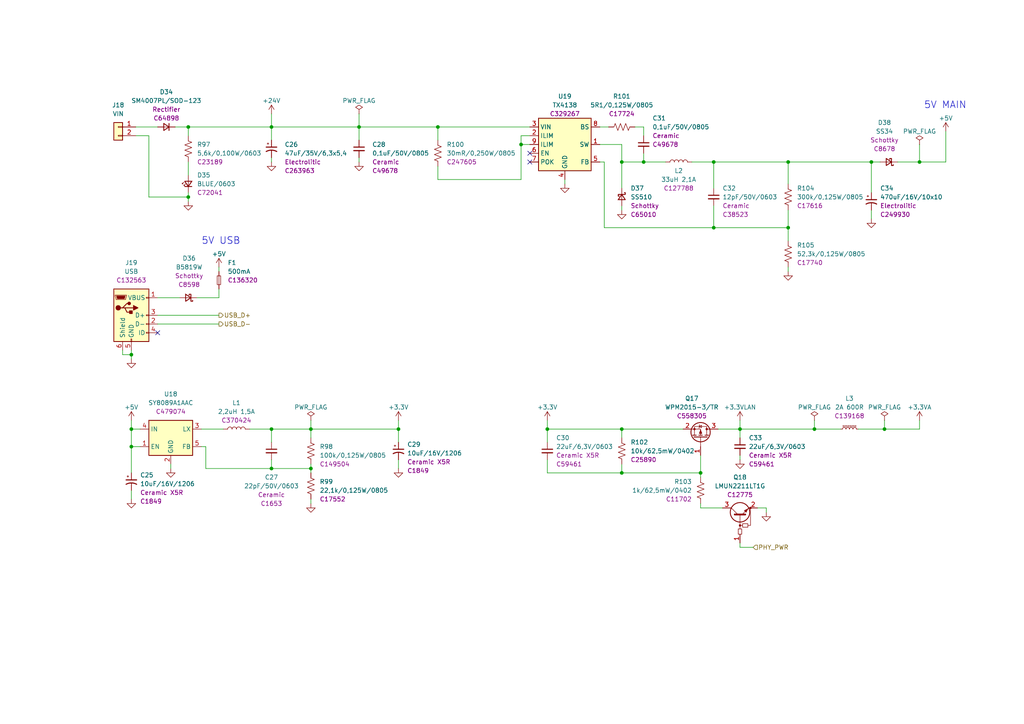
<source format=kicad_sch>
(kicad_sch (version 20211123) (generator eeschema)
  (paper "A4")
  (title_block (title "ESP 16x 24VDC Input 16x External Relay Output Module") (date "2022-10-20") (rev "V1"))
  (lib_symbols
    (symbol "Connector:USB_B_Micro" (pin_names (offset 1.016))
      (property "Reference" "J" (at -5.08 11.43 0))
      (property "Value" "USB_B_Micro" (at -5.08 8.89 0))
      (symbol "USB_B_Micro_0_1"
        (rectangle (start -5.08 -7.62) (end 5.08 7.62) (stroke (width 0.254)) (fill (type background)))
        (circle (center -3.81 2.159) (radius 0.635) (stroke (width 0.254)) (fill (type outline)))
        (circle (center -0.635 3.429) (radius 0.381) (stroke (width 0.254)) (fill (type outline)))
        (rectangle (start -0.127 -7.62) (end 0.127 -6.858))
        (polyline (pts (xy -1.905 2.159) (xy 0.635 2.159)) (stroke (width 0.254)))
        (polyline (pts (xy -3.175 2.159) (xy -2.54 2.159) (xy -1.27 3.429) (xy -0.635 3.429)) (stroke (width 0.254)))
        (polyline (pts (xy -2.54 2.159) (xy -1.905 2.159) (xy -1.27 0.889) (xy 0 0.889)) (stroke (width 0.254)))
        (polyline (pts (xy 0.635 2.794) (xy 0.635 1.524) (xy 1.905 2.159) (xy 0.635 2.794)) (stroke (width 0.254)) (fill (type outline)))
        (polyline (pts (xy -4.318 5.588) (xy -1.778 5.588) (xy -2.032 4.826) (xy -4.064 4.826) (xy -4.318 5.588)) (fill (type outline)))
        (polyline (pts (xy -4.699 5.842) (xy -4.699 5.588) (xy -4.445 4.826) (xy -4.445 4.572) (xy -1.651 4.572) (xy -1.651 4.826) (xy -1.397 5.588) (xy -1.397 5.842) (xy -4.699 5.842)))
        (rectangle (start 0.254 1.27) (end -0.508 0.508) (stroke (width 0.254)) (fill (type outline)))
        (rectangle (start 5.08 -5.207) (end 4.318 -4.953))
        (rectangle (start 5.08 -2.667) (end 4.318 -2.413))
        (rectangle (start 5.08 -0.127) (end 4.318 0.127))
        (rectangle (start 5.08 4.953) (end 4.318 5.207))
      )
      (symbol "USB_B_Micro_1_1"
        (pin power_out line (at 7.62 5.08 180) (length 2.54) (name "VBUS") (number "1"))
        (pin bidirectional line (at 7.62 -2.54 180) (length 2.54) (name "D-") (number "2"))
        (pin bidirectional line (at 7.62 0 180) (length 2.54) (name "D+") (number "3"))
        (pin passive line (at 7.62 -5.08 180) (length 2.54) (name "ID") (number "4"))
        (pin power_out line (at 0 -10.16 90) (length 2.54) (name "GND") (number "5"))
        (pin passive line (at -2.54 -10.16 90) (length 2.54) (name "Shield") (number "6"))
      )
    )
    (symbol "Connector_Generic:Conn_01x02" (pin_names (offset 1.016) hide)
      (property "Reference" "J" (at 0 2.54 0))
      (property "Value" "Conn_01x02" (at 0 -5.08 0))
      (symbol "Conn_01x02_1_1"
        (rectangle (start -1.27 -2.413) (end 0 -2.667) (stroke (width 0.1524)))
        (rectangle (start -1.27 0.127) (end 0 -0.127) (stroke (width 0.1524)))
        (rectangle (start -1.27 1.27) (end 1.27 -3.81) (stroke (width 0.254)) (fill (type background)))
        (pin passive line (at -5.08 0 0) (length 3.81) (name "Pin_1") (number "1"))
        (pin passive line (at -5.08 -2.54 0) (length 3.81) (name "Pin_2") (number "2"))
      )
    )
    (symbol "Device:C_Polarized_Small_US" (pin_numbers hide) (pin_names (offset 0.254) hide)
      (property "Reference" "C" (at 0.254 1.778 0))
      (property "Value" "C_Polarized_Small_US" (at 0.254 -2.032 0))
      (symbol "C_Polarized_Small_US_0_1"
        (polyline (pts (xy -1.524 0.508) (xy 1.524 0.508)) (stroke (width 0.3048)))
        (polyline (pts (xy -1.27 1.524) (xy -0.762 1.524)))
        (polyline (pts (xy -1.016 1.27) (xy -1.016 1.778)))
        (arc (start 1.524 -0.762) (mid 0 -0.3734) (end -1.524 -0.762) (stroke (width 0.3048)))
      )
      (symbol "C_Polarized_Small_US_1_1"
        (pin passive line (at 0 2.54 270) (length 2.032) (name "~") (number "1"))
        (pin passive line (at 0 -2.54 90) (length 2.032) (name "~") (number "2"))
      )
    )
    (symbol "Device:C_Small" (pin_numbers hide) (pin_names (offset 0.254) hide)
      (property "Reference" "C" (at 0.254 1.778 0))
      (property "Value" "C_Small" (at 0.254 -2.032 0))
      (symbol "C_Small_0_1"
        (polyline (pts (xy -1.524 -0.508) (xy 1.524 -0.508)) (stroke (width 0.3302)))
        (polyline (pts (xy -1.524 0.508) (xy 1.524 0.508)) (stroke (width 0.3048)))
      )
      (symbol "C_Small_1_1"
        (pin passive line (at 0 2.54 270) (length 2.032) (name "~") (number "1"))
        (pin passive line (at 0 -2.54 90) (length 2.032) (name "~") (number "2"))
      )
    )
    (symbol "Device:D_Schottky_Small" (pin_numbers hide) (pin_names (offset 0.254) hide)
      (property "Reference" "D" (at -1.27 2.032 0))
      (property "Value" "D_Schottky_Small" (at -7.112 -2.032 0))
      (symbol "D_Schottky_Small_0_1"
        (polyline (pts (xy -0.762 0) (xy 0.762 0)))
        (polyline (pts (xy 0.762 -1.016) (xy -0.762 0) (xy 0.762 1.016) (xy 0.762 -1.016)) (stroke (width 0.254)))
        (polyline (pts (xy -1.27 0.762) (xy -1.27 1.016) (xy -0.762 1.016) (xy -0.762 -1.016) (xy -0.254 -1.016) (xy -0.254 -0.762)) (stroke (width 0.254)))
      )
      (symbol "D_Schottky_Small_1_1"
        (pin passive line (at -2.54 0 0) (length 1.778) (name "K") (number "1"))
        (pin passive line (at 2.54 0 180) (length 1.778) (name "A") (number "2"))
      )
    )
    (symbol "Device:D_Small" (pin_numbers hide) (pin_names (offset 0.254) hide)
      (property "Reference" "D" (at -1.27 2.032 0))
      (property "Value" "D_Small" (at -3.81 -2.032 0))
      (symbol "D_Small_0_1"
        (polyline (pts (xy -0.762 -1.016) (xy -0.762 1.016)) (stroke (width 0.254)))
        (polyline (pts (xy -0.762 0) (xy 0.762 0)))
        (polyline (pts (xy 0.762 -1.016) (xy -0.762 0) (xy 0.762 1.016) (xy 0.762 -1.016)) (stroke (width 0.254)))
      )
      (symbol "D_Small_1_1"
        (pin passive line (at -2.54 0 0) (length 1.778) (name "K") (number "1"))
        (pin passive line (at 2.54 0 180) (length 1.778) (name "A") (number "2"))
      )
    )
    (symbol "Device:Fuse_Small" (pin_numbers hide) (pin_names (offset 0.254) hide)
      (property "Reference" "F" (at 0 -1.524 0))
      (property "Value" "Fuse_Small" (at 0 1.524 0))
      (symbol "Fuse_Small_0_1"
        (rectangle (start -1.27 0.508) (end 1.27 -0.508))
        (polyline (pts (xy -1.27 0) (xy 1.27 0)))
      )
      (symbol "Fuse_Small_1_1"
        (pin passive line (at -2.54 0 0) (length 1.27) (name "~") (number "1"))
        (pin passive line (at 2.54 0 180) (length 1.27) (name "~") (number "2"))
      )
    )
    (symbol "Device:L" (pin_numbers hide) (pin_names (offset 1.016) hide)
      (property "Reference" "L" (at -1.27 0 90))
      (property "Value" "L" (at 1.905 0 90))
      (symbol "L_0_1"
        (arc (start 0 -2.54) (mid 0.635 -1.905) (end 0 -1.27))
        (arc (start 0 -1.27) (mid 0.635 -0.635) (end 0 0))
        (arc (start 0 0) (mid 0.635 0.635) (end 0 1.27))
        (arc (start 0 1.27) (mid 0.635 1.905) (end 0 2.54))
      )
      (symbol "L_1_1"
        (pin passive line (at 0 3.81 270) (length 1.27) (name "1") (number "1"))
        (pin passive line (at 0 -3.81 90) (length 1.27) (name "2") (number "2"))
      )
    )
    (symbol "Device:LED_Small" (pin_numbers hide) (pin_names (offset 0.254) hide)
      (property "Reference" "D" (at -1.27 3.175 0))
      (property "Value" "LED_Small" (at -4.445 -2.54 0))
      (symbol "LED_Small_0_1"
        (polyline (pts (xy -0.762 -1.016) (xy -0.762 1.016)) (stroke (width 0.254)))
        (polyline (pts (xy 1.016 0) (xy -0.762 0)))
        (polyline (pts (xy 0.762 -1.016) (xy -0.762 0) (xy 0.762 1.016) (xy 0.762 -1.016)) (stroke (width 0.254)))
        (polyline (pts (xy 0 0.762) (xy -0.508 1.27) (xy -0.254 1.27) (xy -0.508 1.27) (xy -0.508 1.016)))
        (polyline (pts (xy 0.508 1.27) (xy 0 1.778) (xy 0.254 1.778) (xy 0 1.778) (xy 0 1.524)))
      )
      (symbol "LED_Small_1_1"
        (pin passive line (at -2.54 0 0) (length 1.778) (name "K") (number "1"))
        (pin passive line (at 2.54 0 180) (length 1.778) (name "A") (number "2"))
      )
    )
    (symbol "Device:L_Ferrite_Small" (pin_numbers hide) (pin_names (offset 0.254) hide)
      (property "Reference" "L" (at 1.27 1.016 0))
      (property "Value" "L_Ferrite_Small" (at 1.27 -1.27 0))
      (symbol "L_Ferrite_Small_0_1"
        (arc (start 0 -2.032) (mid 0.508 -1.524) (end 0 -1.016))
        (arc (start 0 -1.016) (mid 0.508 -0.508) (end 0 0))
        (polyline (pts (xy 0.762 -1.905) (xy 0.762 -1.651)))
        (polyline (pts (xy 0.762 -1.397) (xy 0.762 -1.143)))
        (polyline (pts (xy 0.762 -0.889) (xy 0.762 -0.635)))
        (polyline (pts (xy 0.762 -0.381) (xy 0.762 -0.127)))
        (polyline (pts (xy 0.762 0.127) (xy 0.762 0.381)))
        (polyline (pts (xy 0.762 0.635) (xy 0.762 0.889)))
        (polyline (pts (xy 0.762 1.143) (xy 0.762 1.397)))
        (polyline (pts (xy 0.762 1.651) (xy 0.762 1.905)))
        (polyline (pts (xy 1.016 -1.651) (xy 1.016 -1.905)))
        (polyline (pts (xy 1.016 -1.143) (xy 1.016 -1.397)))
        (polyline (pts (xy 1.016 -0.635) (xy 1.016 -0.889)))
        (polyline (pts (xy 1.016 -0.127) (xy 1.016 -0.381)))
        (polyline (pts (xy 1.016 0.381) (xy 1.016 0.127)))
        (polyline (pts (xy 1.016 0.889) (xy 1.016 0.635)))
        (polyline (pts (xy 1.016 1.397) (xy 1.016 1.143)))
        (polyline (pts (xy 1.016 1.905) (xy 1.016 1.651)))
        (arc (start 0 0) (mid 0.508 0.508) (end 0 1.016))
        (arc (start 0 1.016) (mid 0.508 1.524) (end 0 2.032))
      )
      (symbol "L_Ferrite_Small_1_1"
        (pin passive line (at 0 2.54 270) (length 0.508) (name "~") (number "1"))
        (pin passive line (at 0 -2.54 90) (length 0.508) (name "~") (number "2"))
      )
    )
    (symbol "Device:Q_NPN_BEC_BRT" (pin_names hide)
      (property "Reference" "Q" (at 3.81 1.27 0))
      (property "Value" "Q_NPN_BEC_BRT" (at 3.81 -1.27 0))
      (symbol "Q_NPN_BEC_BRT_0_1"
        (rectangle (start -6.35 0.508) (end -4.826 -0.508))
        (rectangle (start -4.318 -2.286) (end -3.302 -0.762))
        (circle (center -3.81 0) (radius 0.254) (fill (type outline)))
        (polyline (pts (xy -3.81 -0.762) (xy -3.81 0)))
        (polyline (pts (xy -0.762 0) (xy -4.826 0)))
        (polyline (pts (xy -0.635 1.524) (xy -0.635 -1.524)) (stroke (width 0.508)))
        (polyline (pts (xy -3.81 -2.286) (xy -3.81 -3.048) (xy 1.27 -3.048)))
        (circle (center 1.27 -3.048) (radius 0.254) (fill (type outline)))
      )
      (symbol "Q_NPN_BEC_BRT_1_1"
        (polyline (pts (xy -0.635 0.635) (xy 1.27 2.54)))
        (polyline (pts (xy -0.635 -0.635) (xy 1.27 -2.54) (xy 1.27 -2.54)))
        (polyline (pts (xy 0 -1.778) (xy 0.508 -1.27) (xy 1.016 -2.286) (xy 0 -1.778) (xy 0 -1.778)) (fill (type outline)))
        (circle (center 0 0) (radius 2.8194) (stroke (width 0.254)))
        (pin input line (at -8.89 0 0) (length 2.54) (name "B") (number "1"))
        (pin passive line (at 1.27 -5.08 90) (length 2.54) (name "E") (number "2"))
        (pin passive line (at 1.27 5.08 270) (length 2.54) (name "C") (number "3"))
      )
    )
    (symbol "Device:Q_PMOS_GSD" (pin_names (offset 0) hide)
      (property "Reference" "Q" (at 5.08 1.27 0))
      (property "Value" "Q_PMOS_GSD" (at 5.08 -1.27 0))
      (symbol "Q_PMOS_GSD_0_1"
        (polyline (pts (xy 0.254 0) (xy -2.54 0)))
        (polyline (pts (xy 0.254 1.905) (xy 0.254 -1.905)) (stroke (width 0.254)))
        (polyline (pts (xy 0.762 -1.27) (xy 0.762 -2.286)) (stroke (width 0.254)))
        (polyline (pts (xy 0.762 0.508) (xy 0.762 -0.508)) (stroke (width 0.254)))
        (polyline (pts (xy 0.762 2.286) (xy 0.762 1.27)) (stroke (width 0.254)))
        (polyline (pts (xy 2.54 2.54) (xy 2.54 1.778)))
        (polyline (pts (xy 2.54 -2.54) (xy 2.54 0) (xy 0.762 0)))
        (polyline (pts (xy 0.762 1.778) (xy 3.302 1.778) (xy 3.302 -1.778) (xy 0.762 -1.778)))
        (polyline (pts (xy 2.286 0) (xy 1.27 0.381) (xy 1.27 -0.381) (xy 2.286 0)) (fill (type outline)))
        (polyline (pts (xy 2.794 -0.508) (xy 2.921 -0.381) (xy 3.683 -0.381) (xy 3.81 -0.254)))
        (polyline (pts (xy 3.302 -0.381) (xy 2.921 0.254) (xy 3.683 0.254) (xy 3.302 -0.381)))
        (circle (center 1.651 0) (radius 2.794) (stroke (width 0.254)))
        (circle (center 2.54 -1.778) (radius 0.254) (fill (type outline)))
        (circle (center 2.54 1.778) (radius 0.254) (fill (type outline)))
      )
      (symbol "Q_PMOS_GSD_1_1"
        (pin input line (at -5.08 0 0) (length 2.54) (name "G") (number "1"))
        (pin passive line (at 2.54 -5.08 90) (length 2.54) (name "S") (number "2"))
        (pin passive line (at 2.54 5.08 270) (length 2.54) (name "D") (number "3"))
      )
    )
    (symbol "Device:R_US" (pin_numbers hide) (pin_names (offset 0))
      (property "Reference" "R" (at 2.54 0 90))
      (property "Value" "R_US" (at -2.54 0 90))
      (symbol "R_US_0_1"
        (polyline (pts (xy 0 -2.286) (xy 0 -2.54)))
        (polyline (pts (xy 0 2.286) (xy 0 2.54)))
        (polyline (pts (xy 0 -0.762) (xy 1.016 -1.143) (xy 0 -1.524) (xy -1.016 -1.905) (xy 0 -2.286)))
        (polyline (pts (xy 0 0.762) (xy 1.016 0.381) (xy 0 0) (xy -1.016 -0.381) (xy 0 -0.762)))
        (polyline (pts (xy 0 2.286) (xy 1.016 1.905) (xy 0 1.524) (xy -1.016 1.143) (xy 0 0.762)))
      )
      (symbol "R_US_1_1"
        (pin passive line (at 0 3.81 270) (length 1.27) (name "~") (number "1"))
        (pin passive line (at 0 -3.81 90) (length 1.27) (name "~") (number "2"))
      )
    )
    (symbol "Tales:+3.3V" (power) (pin_names (offset 0))
      (property "Value" "+3.3V" (at 0 3.556 0))
      (symbol "+3.3V_0_1"
        (polyline (pts (xy -0.762 1.27) (xy 0 2.54)))
        (polyline (pts (xy 0 0) (xy 0 2.54)))
        (polyline (pts (xy 0 2.54) (xy 0.762 1.27)))
      )
      (symbol "+3.3V_1_1"
        (pin power_in line (at 0 0 90) (length 0) hide (name "+3.3V") (number "1"))
      )
    )
    (symbol "Tales:+3.3VLAN" (power) (pin_names (offset 0))
      (property "Value" "+3.3VLAN" (at 0 3.556 0))
      (symbol "+3.3VLAN_0_1"
        (polyline (pts (xy -0.762 1.27) (xy 0 2.54)))
        (polyline (pts (xy 0 0) (xy 0 2.54)))
        (polyline (pts (xy 0 2.54) (xy 0.762 1.27)))
      )
      (symbol "+3.3VLAN_1_1"
        (pin power_in line (at 0 0 90) (length 0) hide (name "+3.3VLAN") (number "1"))
      )
    )
    (symbol "Tales:SY8089AAAC"
      (property "Reference" "U" (at 0 10.16 0))
      (property "Value" "SY8089AAAC" (at 0 7.62 0))
      (symbol "SY8089AAAC_0_1"
        (rectangle (start -6.35 5.08) (end 6.35 -5.08) (stroke (width 0.254)) (fill (type background)))
      )
      (symbol "SY8089AAAC_1_1"
        (pin input line (at -8.89 -2.54 0) (length 2.54) (name "EN") (number "1"))
        (pin power_in line (at 0 -7.62 90) (length 2.54) (name "GND") (number "2"))
        (pin power_out line (at 8.89 2.54 180) (length 2.54) (name "LX") (number "3"))
        (pin power_in line (at -8.89 2.54 0) (length 2.54) (name "IN") (number "4"))
        (pin input line (at 8.89 -2.54 180) (length 2.54) (name "FB") (number "5"))
      )
    )
    (symbol "Tales:TX4138"
      (property "Reference" "U" (at 0 12.7 0))
      (property "Value" "TX4138" (at 0 10.16 0))
      (symbol "TX4138_0_1"
        (rectangle (start -7.62 7.62) (end 7.62 -7.62) (stroke (width 0.254)) (fill (type background)))
      )
      (symbol "TX4138_1_1"
        (pin power_out line (at 10.16 0 180) (length 2.54) (name "SW") (number "1"))
        (pin input line (at -10.16 2.54 0) (length 2.54) (name "ILIM") (number "2"))
        (pin power_in line (at -10.16 5.08 0) (length 2.54) (name "VIN") (number "3"))
        (pin power_in line (at 0 -10.16 90) (length 2.54) (name "GND") (number "4"))
        (pin input line (at 10.16 -5.08 180) (length 2.54) (name "FB") (number "5"))
        (pin input line (at -10.16 -2.54 0) (length 2.54) (name "EN") (number "6"))
        (pin output line (at -10.16 -5.08 0) (length 2.54) (name "POK") (number "7"))
        (pin output line (at 10.16 5.08 180) (length 2.54) (name "BS") (number "8"))
        (pin input line (at -10.16 0 0) (length 2.54) (name "ILIM") (number "9"))
      )
    )
    (symbol "power:+24V" (power) (pin_names (offset 0))
      (property "Value" "+24V" (at 0 3.556 0))
      (symbol "+24V_0_1"
        (polyline (pts (xy -0.762 1.27) (xy 0 2.54)))
        (polyline (pts (xy 0 0) (xy 0 2.54)))
        (polyline (pts (xy 0 2.54) (xy 0.762 1.27)))
      )
      (symbol "+24V_1_1"
        (pin power_in line (at 0 0 90) (length 0) hide (name "+24V") (number "1"))
      )
    )
    (symbol "power:+3.3VA" (power) (pin_names (offset 0))
      (property "Value" "+3.3VA" (at 0 3.556 0))
      (symbol "+3.3VA_0_1"
        (polyline (pts (xy -0.762 1.27) (xy 0 2.54)))
        (polyline (pts (xy 0 0) (xy 0 2.54)))
        (polyline (pts (xy 0 2.54) (xy 0.762 1.27)))
      )
      (symbol "+3.3VA_1_1"
        (pin power_in line (at 0 0 90) (length 0) hide (name "+3.3VA") (number "1"))
      )
    )
    (symbol "power:+5V" (power) (pin_names (offset 0))
      (property "Value" "+5V" (at 0 3.556 0))
      (symbol "+5V_0_1"
        (polyline (pts (xy -0.762 1.27) (xy 0 2.54)))
        (polyline (pts (xy 0 0) (xy 0 2.54)))
        (polyline (pts (xy 0 2.54) (xy 0.762 1.27)))
      )
      (symbol "+5V_1_1"
        (pin power_in line (at 0 0 90) (length 0) hide (name "+5V") (number "1"))
      )
    )
    (symbol "power:GND" (power) (pin_names (offset 0))
      (property "Value" "GND" (at 0 -3.81 0))
      (symbol "GND_0_1"
        (polyline (pts (xy 0 0) (xy 0 -1.27) (xy 1.27 -1.27) (xy 0 -2.54) (xy -1.27 -1.27) (xy 0 -1.27)))
      )
      (symbol "GND_1_1"
        (pin power_in line (at 0 0 270) (length 0) hide (name "GND") (number "1"))
      )
    )
    (symbol "power:PWR_FLAG" (power) (pin_numbers hide) (pin_names (offset 0) hide)
      (property "Value" "PWR_FLAG" (at 0 3.81 0))
      (symbol "PWR_FLAG_0_0"
        (pin power_out line (at 0 0 90) (length 0) (name "pwr") (number "1"))
      )
      (symbol "PWR_FLAG_0_1"
        (polyline (pts (xy 0 0) (xy 0 1.27) (xy -1.016 1.905) (xy 0 2.54) (xy 1.016 1.905) (xy 0 1.27)))
      )
    )
  )
  (junction (at 180.34 46.99))
  (junction (at 180.34 124.46))
  (junction (at 151.13 41.91))
  (junction (at 115.57 124.46))
  (junction (at 236.22 124.46))
  (junction (at 207.01 66.04))
  (junction (at 266.7 46.99))
  (junction (at 54.61 36.83))
  (junction (at 256.54 124.46))
  (junction (at 127 36.83))
  (junction (at 180.34 137.16))
  (junction (at 104.14 36.83))
  (junction (at 78.74 135.89))
  (junction (at 228.6 66.04))
  (junction (at 38.1 129.54))
  (junction (at 186.69 46.99))
  (junction (at 252.73 46.99))
  (junction (at 214.63 124.46))
  (junction (at 207.01 46.99))
  (junction (at 38.1 124.46))
  (junction (at 54.61 57.15))
  (junction (at 158.75 124.46))
  (junction (at 78.74 36.83))
  (junction (at 203.2 137.16))
  (junction (at 90.17 124.46))
  (junction (at 78.74 124.46))
  (junction (at 38.1 102.87))
  (junction (at 90.17 135.89))
  (junction (at 228.6 46.99))
  (no_connect (at 153.67 46.99))
  (no_connect (at 153.67 44.45))
  (no_connect (at 45.72 96.52))
  (wire (pts (xy 228.6 46.99) (xy 252.73 46.99)))
  (wire (pts (xy 252.73 46.99) (xy 255.27 46.99)))
  (wire (pts (xy 180.34 46.99) (xy 180.34 54.61)))
  (wire (pts (xy 78.74 133.35) (xy 78.74 135.89)))
  (wire (pts (xy 127 36.83) (xy 153.67 36.83)))
  (wire (pts (xy 115.57 128.27) (xy 115.57 124.46)))
  (wire (pts (xy 228.6 46.99) (xy 228.6 53.34)))
  (wire (pts (xy 180.34 41.91) (xy 180.34 46.99)))
  (wire (pts (xy 115.57 133.35) (xy 115.57 135.89)))
  (wire (pts (xy 203.2 137.16) (xy 203.2 138.43)))
  (wire (pts (xy 54.61 55.88) (xy 54.61 57.15)))
  (wire (pts (xy 203.2 132.08) (xy 203.2 137.16)))
  (wire (pts (xy 90.17 124.46) (xy 90.17 127)))
  (wire (pts (xy 39.37 36.83) (xy 45.72 36.83)))
  (wire (pts (xy 228.6 60.96) (xy 228.6 66.04)))
  (wire (pts (xy 49.53 134.62) (xy 49.53 135.89)))
  (wire (pts (xy 127 52.07) (xy 151.13 52.07)))
  (wire (pts (xy 158.75 133.35) (xy 158.75 137.16)))
  (wire (pts (xy 38.1 142.24) (xy 38.1 144.78)))
  (wire (pts (xy 104.14 36.83) (xy 127 36.83)))
  (wire (pts (xy 90.17 134.62) (xy 90.17 135.89)))
  (wire (pts (xy 38.1 124.46) (xy 40.64 124.46)))
  (wire (pts (xy 78.74 124.46) (xy 90.17 124.46)))
  (wire (pts (xy 78.74 36.83) (xy 78.74 40.64)))
  (wire (pts (xy 78.74 33.02) (xy 78.74 36.83)))
  (wire (pts (xy 90.17 144.78) (xy 90.17 146.05)))
  (wire (pts (xy 45.72 91.44) (xy 63.5 91.44)))
  (wire (pts (xy 54.61 36.83) (xy 78.74 36.83)))
  (wire (pts (xy 207.01 66.04) (xy 207.01 59.69)))
  (wire (pts (xy 54.61 36.83) (xy 54.61 39.37)))
  (wire (pts (xy 72.39 124.46) (xy 78.74 124.46)))
  (wire (pts (xy 266.7 46.99) (xy 274.32 46.99)))
  (wire (pts (xy 222.25 147.32) (xy 222.25 148.59)))
  (wire (pts (xy 158.75 121.92) (xy 158.75 124.46)))
  (wire (pts (xy 214.63 124.46) (xy 236.22 124.46)))
  (wire (pts (xy 274.32 46.99) (xy 274.32 38.1)))
  (wire (pts (xy 45.72 86.36) (xy 52.07 86.36)))
  (wire (pts (xy 90.17 135.89) (xy 90.17 137.16)))
  (wire (pts (xy 127 48.26) (xy 127 52.07)))
  (wire (pts (xy 222.25 147.32) (xy 219.71 147.32)))
  (wire (pts (xy 38.1 101.6) (xy 38.1 102.87)))
  (wire (pts (xy 173.99 46.99) (xy 175.26 46.99)))
  (wire (pts (xy 151.13 52.07) (xy 151.13 41.91)))
  (wire (pts (xy 256.54 124.46) (xy 248.92 124.46)))
  (wire (pts (xy 78.74 135.89) (xy 90.17 135.89)))
  (wire (pts (xy 38.1 129.54) (xy 38.1 137.16)))
  (wire (pts (xy 214.63 124.46) (xy 214.63 127)))
  (wire (pts (xy 200.66 46.99) (xy 207.01 46.99)))
  (wire (pts (xy 78.74 45.72) (xy 78.74 46.99)))
  (wire (pts (xy 228.6 66.04) (xy 228.6 69.85)))
  (wire (pts (xy 198.12 124.46) (xy 180.34 124.46)))
  (wire (pts (xy 38.1 121.92) (xy 38.1 124.46)))
  (wire (pts (xy 57.15 86.36) (xy 63.5 86.36)))
  (wire (pts (xy 208.28 124.46) (xy 214.63 124.46)))
  (wire (pts (xy 180.34 134.62) (xy 180.34 137.16)))
  (wire (pts (xy 158.75 137.16) (xy 180.34 137.16)))
  (wire (pts (xy 90.17 121.92) (xy 90.17 124.46)))
  (wire (pts (xy 59.69 135.89) (xy 78.74 135.89)))
  (wire (pts (xy 151.13 41.91) (xy 151.13 39.37)))
  (wire (pts (xy 207.01 46.99) (xy 207.01 54.61)))
  (wire (pts (xy 38.1 102.87) (xy 38.1 104.14)))
  (wire (pts (xy 158.75 124.46) (xy 180.34 124.46)))
  (wire (pts (xy 78.74 36.83) (xy 104.14 36.83)))
  (wire (pts (xy 173.99 36.83) (xy 176.53 36.83)))
  (wire (pts (xy 54.61 46.99) (xy 54.61 50.8)))
  (wire (pts (xy 38.1 124.46) (xy 38.1 129.54)))
  (wire (pts (xy 50.8 36.83) (xy 54.61 36.83)))
  (wire (pts (xy 127 36.83) (xy 127 40.64)))
  (wire (pts (xy 203.2 147.32) (xy 209.55 147.32)))
  (wire (pts (xy 104.14 36.83) (xy 104.14 40.64)))
  (wire (pts (xy 214.63 158.75) (xy 218.44 158.75)))
  (wire (pts (xy 186.69 44.45) (xy 186.69 46.99)))
  (wire (pts (xy 35.56 101.6) (xy 35.56 102.87)))
  (wire (pts (xy 186.69 36.83) (xy 186.69 39.37)))
  (wire (pts (xy 39.37 39.37) (xy 43.18 39.37)))
  (wire (pts (xy 180.34 60.96) (xy 180.34 59.69)))
  (wire (pts (xy 163.83 52.07) (xy 163.83 53.34)))
  (wire (pts (xy 115.57 124.46) (xy 90.17 124.46)))
  (wire (pts (xy 184.15 36.83) (xy 186.69 36.83)))
  (wire (pts (xy 43.18 39.37) (xy 43.18 57.15)))
  (wire (pts (xy 175.26 66.04) (xy 207.01 66.04)))
  (wire (pts (xy 256.54 121.92) (xy 256.54 124.46)))
  (wire (pts (xy 151.13 41.91) (xy 153.67 41.91)))
  (wire (pts (xy 252.73 55.88) (xy 252.73 46.99)))
  (wire (pts (xy 38.1 129.54) (xy 40.64 129.54)))
  (wire (pts (xy 266.7 124.46) (xy 256.54 124.46)))
  (wire (pts (xy 207.01 66.04) (xy 228.6 66.04)))
  (wire (pts (xy 59.69 129.54) (xy 59.69 135.89)))
  (wire (pts (xy 228.6 77.47) (xy 228.6 78.74)))
  (wire (pts (xy 158.75 128.27) (xy 158.75 124.46)))
  (wire (pts (xy 180.34 137.16) (xy 203.2 137.16)))
  (wire (pts (xy 173.99 41.91) (xy 180.34 41.91)))
  (wire (pts (xy 175.26 46.99) (xy 175.26 66.04)))
  (wire (pts (xy 214.63 121.92) (xy 214.63 124.46)))
  (wire (pts (xy 214.63 157.48) (xy 214.63 158.75)))
  (wire (pts (xy 104.14 45.72) (xy 104.14 46.99)))
  (wire (pts (xy 45.72 93.98) (xy 63.5 93.98)))
  (wire (pts (xy 63.5 83.82) (xy 63.5 86.36)))
  (wire (pts (xy 115.57 121.92) (xy 115.57 124.46)))
  (wire (pts (xy 104.14 33.02) (xy 104.14 36.83)))
  (wire (pts (xy 236.22 121.92) (xy 236.22 124.46)))
  (wire (pts (xy 180.34 124.46) (xy 180.34 127)))
  (wire (pts (xy 243.84 124.46) (xy 236.22 124.46)))
  (wire (pts (xy 58.42 124.46) (xy 64.77 124.46)))
  (wire (pts (xy 54.61 57.15) (xy 54.61 58.42)))
  (wire (pts (xy 63.5 77.47) (xy 63.5 78.74)))
  (wire (pts (xy 252.73 60.96) (xy 252.73 63.5)))
  (wire (pts (xy 203.2 146.05) (xy 203.2 147.32)))
  (wire (pts (xy 266.7 124.46) (xy 266.7 121.92)))
  (wire (pts (xy 214.63 132.08) (xy 214.63 133.35)))
  (wire (pts (xy 186.69 46.99) (xy 193.04 46.99)))
  (wire (pts (xy 58.42 129.54) (xy 59.69 129.54)))
  (wire (pts (xy 260.35 46.99) (xy 266.7 46.99)))
  (wire (pts (xy 151.13 39.37) (xy 153.67 39.37)))
  (wire (pts (xy 180.34 46.99) (xy 186.69 46.99)))
  (wire (pts (xy 266.7 41.91) (xy 266.7 46.99)))
  (wire (pts (xy 43.18 57.15) (xy 54.61 57.15)))
  (wire (pts (xy 78.74 124.46) (xy 78.74 128.27)))
  (wire (pts (xy 35.56 102.87) (xy 38.1 102.87)))
  (wire (pts (xy 228.6 46.99) (xy 207.01 46.99)))
  (text "5V MAIN" (at 267.97 31.75 0) (effects (font (size 2 2)) (justify left bottom)))
  (text "5V USB" (at 58.42 71.12 0) (effects (font (size 2 2)) (justify left bottom)))
  (hierarchical_label "USB_D-" (shape output) (at 63.5 93.98 0))
  (hierarchical_label "PHY_PWR" (shape input) (at 218.44 158.75 0))
  (hierarchical_label "USB_D+" (shape output) (at 63.5 91.44 0))
  (symbol (lib_id "Device:C_Small") (at 186.69 41.91 0) (unit 1)
    (property "Reference" "C31" (at 189.23 34.29 0) (effects (justify left)))
    (property "Value" "0,1uF/50V/0805" (at 189.23 36.83 0) (effects (justify left)))
    (property "Footprint" "Tales:C_0805_2012Metric" (effects hide))
    (property "Technology" "Ceramic" (at 189.23 39.37 0) (effects (justify left)))
    (property "Case" "0805/2012" (effects hide))
    (property "Mfr" "Yageo" (effects hide))
    (property "Mfr PN" "CC0805KRX7R9BB104" (effects hide))
    (property "Vendor" "JLCPCB" (effects hide))
    (property "Vendor PN" "C49678" (effects hide))
    (property "LCSC Part #" "C49678" (at 189.23 41.91 0) (effects (justify left)))
    (property "JLCPCB BOM" "1" (effects hide))
  )
  (symbol (lib_id "Device:R_US") (at 228.6 57.15 0) (unit 1)
    (property "Reference" "R104" (at 231.14 54.61 0) (effects (justify left)))
    (property "Value" "300k/0,125W/0805" (at 231.14 57.15 0) (effects (justify left)))
    (property "Footprint" "Tales:R_0805_2012Metric" (effects hide))
    (property "Case" "0805/2012" (effects hide))
    (property "JLCPCB BOM" "1" (effects hide))
    (property "LCSC Part #" "C17616" (at 231.14 59.69 0) (effects (justify left)))
    (property "Mfr" "Uniroyal" (effects hide))
    (property "Mfr PN" "0805W8F3003T5E" (effects hide))
    (property "Vendor" "JLCPCB" (effects hide))
    (property "Vendor PN" "C17616" (effects hide))
  )
  (symbol (lib_id "power:+24V") (at 78.74 33.02 0) (unit 1)
    (property "Reference" "#PWR0132" (effects hide))
    (property "Value" "+24V" (at 78.74 29.21 0))
  )
  (symbol (lib_id "Device:C_Small") (at 78.74 130.81 0) (unit 1)
    (property "Reference" "C27" (at 78.74 138.43 0))
    (property "Value" "22pF/50V/0603" (at 78.74 140.97 0))
    (property "Footprint" "Tales:C_0603_1608Metric" (effects hide))
    (property "Case" "0603/1608" (effects hide))
    (property "JLCPCB BOM" "1" (effects hide))
    (property "LCSC Part #" "C1653" (at 78.74 146.05 0))
    (property "Mfr" "Samsung" (effects hide))
    (property "Mfr PN" "CL10C220JB8NNNC" (effects hide))
    (property "Technology" "Ceramic" (at 78.74 143.51 0))
    (property "Vendor" "JLCPCB" (effects hide))
    (property "Vendor PN" "C1653" (effects hide))
  )
  (symbol (lib_id "Device:C_Polarized_Small_US") (at 38.1 139.7 0) (unit 1)
    (property "Reference" "C25" (at 40.64 137.795 0) (effects (justify left)))
    (property "Value" "10uF/16V/1206" (at 40.64 140.335 0) (effects (justify left)))
    (property "Footprint" "Tales:C_1206_3216Metric" (effects hide))
    (property "Mfr" "Samsung" (effects hide))
    (property "Mfr PN" "CL31A106KOHNNNE" (effects hide))
    (property "JLCPCB BOM" "1" (effects hide))
    (property "LCSC Part #" "C1849" (at 40.64 145.415 0) (effects (justify left)))
    (property "Technology" "Ceramic X5R" (at 40.64 142.875 0) (effects (justify left)))
    (property "Vendor" "JLCPCB" (effects hide))
    (property "Vendor PN" "C1849" (effects hide))
    (property "Case" "1206/3216" (effects hide))
  )
  (symbol (lib_id "power:GND") (at 90.17 146.05 0) (unit 1)
    (property "Reference" "#PWR0134" (effects hide))
    (property "Value" "GNDREF" (effects hide))
  )
  (symbol (lib_id "Device:L") (at 196.85 46.99 90) (unit 1)
    (property "Reference" "L2" (at 196.85 49.53 90))
    (property "Value" "33uH 2,1A" (at 196.85 52.07 90))
    (property "Footprint" "Tales:L_12x12mm_H6mm" (effects hide))
    (property "Case" "12x12" (effects hide))
    (property "JLCPCB BOM" "1" (effects hide))
    (property "LCSC Part #" "C127788" (at 196.85 54.61 90))
    (property "Mfr" "Sunlord" (effects hide))
    (property "Mfr PN" "SWRH1205B-330MT" (effects hide))
    (property "Vendor" "JLCPCB" (effects hide))
    (property "Vendor PN" "C127788" (effects hide))
  )
  (symbol (lib_id "power:+5V") (at 63.5 77.47 0) (unit 1)
    (property "Reference" "#PWR0131" (effects hide))
    (property "Value" "+5V" (at 63.5 73.66 0))
  )
  (symbol (lib_id "Tales:SY8089AAAC") (at 49.53 127 0) (unit 1)
    (property "Reference" "U18" (at 49.53 114.3 0))
    (property "Value" "SY8089A1AAC" (at 49.53 116.84 0))
    (property "Footprint" "Tales:TSOT-23-5" (effects hide))
    (property "Case" "SOT-23-5" (effects hide))
    (property "JLCPCB BOM" "1" (effects hide))
    (property "LCSC Part #" "C479074" (at 49.53 119.38 0))
    (property "Mfr" "Silergy" (effects hide))
    (property "Mfr PN" "SY8089A1AAC" (effects hide))
    (property "Vendor" "JLCPCB" (effects hide))
    (property "Vendor PN" "C479074" (effects hide))
  )
  (symbol (lib_id "power:GND") (at 115.57 135.89 0) (unit 1)
    (property "Reference" "#PWR0137" (effects hide))
    (property "Value" "GNDREF" (effects hide))
  )
  (symbol (lib_id "power:GND") (at 222.25 148.59 0) (unit 1)
    (property "Reference" "#PWR0143" (effects hide))
    (property "Value" "GNDREF" (effects hide))
  )
  (symbol (lib_id "power:GND") (at 38.1 104.14 0) (unit 1)
    (property "Reference" "#PWR0126" (effects hide))
    (property "Value" "GND" (effects hide))
  )
  (symbol (lib_id "Connector:USB_B_Micro") (at 38.1 91.44 0) (unit 1)
    (property "Reference" "J19" (at 38.1 76.2 0))
    (property "Value" "USB" (at 38.1 78.74 0))
    (property "Footprint" "Connector_USB:USB_Micro-B_Amphenol_10118194_Horizontal" (effects hide))
    (property "JLCPCB BOM" "1" (effects hide))
    (property "LCSC Part #" "C132563" (at 38.1 81.28 0))
    (property "Mfr" "Amphenol" (effects hide))
    (property "Mfr PN" "10118194-0001LF" (effects hide))
    (property "Vendor" "JLCPCB" (effects hide))
    (property "Vendor PN" "C132563" (effects hide))
  )
  (symbol (lib_id "Device:Fuse_Small") (at 63.5 81.28 90) (unit 1)
    (property "Reference" "F1" (at 66.04 76.2 90) (effects (justify right)))
    (property "Value" "500mA" (at 66.04 78.74 90) (effects (justify right)))
    (property "Footprint" "Tales:Fuse_0402_1005Metric" (effects hide))
    (property "JLCPCB BOM" "1" (effects hide))
    (property "LCSC Part #" "C136320" (at 66.04 81.28 90) (effects (justify right)))
    (property "Mfr" "JDT" (effects hide))
    (property "Mfr PN" "JFC0402-0500FS" (effects hide))
    (property "Vendor" "JLCPCB" (effects hide))
    (property "Vendor PN" "C136320" (effects hide))
    (property "Case" "0402" (effects hide))
  )
  (symbol (lib_id "Tales:+3.3VLAN") (at 214.63 121.92 0) (unit 1)
    (property "Reference" "#PWR0141" (effects hide))
    (property "Value" "+3.3VLAN" (at 214.63 118.11 0))
  )
  (symbol (lib_id "Device:C_Small") (at 158.75 130.81 0) (unit 1)
    (property "Reference" "C30" (at 161.29 127 0) (effects (justify left)))
    (property "Value" "22uF/6,3V/0603" (at 161.29 129.54 0) (effects (justify left)))
    (property "Footprint" "Tales:C_0805_2012Metric" (effects hide))
    (property "Technology" "Ceramic X5R" (at 161.29 132.08 0) (effects (justify left)))
    (property "Case" "0805/2012" (effects hide))
    (property "Mfr" "Samsung" (effects hide))
    (property "Mfr PN" "CL10A226MQ8NRNC" (effects hide))
    (property "Vendor" "JLCPCB" (effects hide))
    (property "Vendor PN" "C59461" (effects hide))
    (property "LCSC Part #" "C59461" (at 161.29 134.62 0) (effects (justify left)))
    (property "JLCPCB BOM" "1" (effects hide))
  )
  (symbol (lib_id "Device:D_Schottky_Small") (at 257.81 46.99 180) (unit 1)
    (property "Reference" "D38" (at 256.54 35.56 0))
    (property "Value" "SS34" (at 256.54 38.1 0))
    (property "Footprint" "Tales:D_SMA" (effects hide))
    (property "JLCPCB BOM" "1" (effects hide))
    (property "LCSC Part #" "C8678" (at 256.54 43.18 0))
    (property "Mfr" "Microdiode" (effects hide))
    (property "Mfr PN" "SS34" (effects hide))
    (property "Technology" "Schottky" (at 256.54 40.64 0))
    (property "Vendor" "JLCPCB" (effects hide))
    (property "Vendor PN" "C8678" (effects hide))
    (property "Case" "SMA" (effects hide))
  )
  (symbol (lib_id "power:PWR_FLAG") (at 266.7 41.91 0) (unit 1)
    (property "Reference" "#FLG06" (effects hide))
    (property "Value" "PWR_FLAG" (at 266.7 38.1 0))
  )
  (symbol (lib_id "power:+5V") (at 38.1 121.92 0) (unit 1)
    (property "Reference" "#PWR0127" (effects hide))
    (property "Value" "+5V" (at 38.1 118.11 0))
  )
  (symbol (lib_id "Device:D_Schottky_Small") (at 180.34 57.15 270) (unit 1)
    (property "Reference" "D37" (at 182.88 54.61 90) (effects (justify left)))
    (property "Value" "SS510" (at 182.88 57.15 90) (effects (justify left)))
    (property "Footprint" "Tales:D_SMA" (effects hide))
    (property "Case" "SMA" (effects hide))
    (property "JLCPCB BOM" "1" (effects hide))
    (property "LCSC Part #" "C65010" (at 182.88 62.23 90) (effects (justify left)))
    (property "Mfr" "Microdiode" (effects hide))
    (property "Mfr PN" "SS510" (effects hide))
    (property "Technology" "Schottky" (at 182.88 59.69 90) (effects (justify left)))
    (property "Vendor" "JLCPCB" (effects hide))
    (property "Vendor PN" "C65010" (effects hide))
  )
  (symbol (lib_id "Device:D_Small") (at 48.26 36.83 180) (unit 1)
    (property "Reference" "D34" (at 48.26 26.67 0))
    (property "Value" "SM4007PL/SOD-123" (at 48.26 29.21 0))
    (property "Footprint" "Tales:D_SOD-123" (effects hide))
    (property "Case" "SOD-123FL" (effects hide))
    (property "Technology" "Rectifier" (at 48.26 31.75 0))
    (property "Mfr" "Microdiode" (effects hide))
    (property "Mfr PN" "SM4007PL" (effects hide))
    (property "Vendor" "JLCPCB" (effects hide))
    (property "Vendor PN" "C64898" (effects hide))
    (property "LCSC Part #" "C64898" (at 48.26 34.29 0))
    (property "JLCPCB BOM" "1" (effects hide))
  )
  (symbol (lib_id "Device:R_US") (at 180.34 36.83 270) (unit 1)
    (property "Reference" "R101" (at 180.34 27.94 90))
    (property "Value" "5R1/0,125W/0805" (at 180.34 30.48 90))
    (property "Footprint" "Tales:R_0805_2012Metric" (effects hide))
    (property "Case" "0805/2012" (effects hide))
    (property "Mfr" "Uniroyal" (effects hide))
    (property "Mfr PN" "0805W8F510KT5E" (effects hide))
    (property "Vendor" "JLCPCB" (effects hide))
    (property "Vendor PN" "C17724" (effects hide))
    (property "LCSC Part #" "C17724" (at 180.34 33.02 90))
    (property "JLCPCB BOM" "1" (effects hide))
  )
  (symbol (lib_id "power:+3.3VA") (at 266.7 121.92 0) (unit 1)
    (property "Reference" "#PWR0146" (effects hide))
    (property "Value" "+3.3VA" (at 266.7 118.11 0))
  )
  (symbol (lib_id "power:PWR_FLAG") (at 104.14 33.02 0) (unit 1)
    (property "Reference" "#FLG03" (effects hide))
    (property "Value" "PWR_FLAG" (at 104.14 29.21 0))
  )
  (symbol (lib_id "Device:D_Schottky_Small") (at 54.61 86.36 180) (unit 1)
    (property "Reference" "D36" (at 54.864 74.93 0))
    (property "Value" "B5819W" (at 54.864 77.47 0))
    (property "Footprint" "Tales:D_SOD-123" (effects hide))
    (property "Technology" "Schottky" (at 54.864 80.01 0))
    (property "Vendor" "JLCPCB" (effects hide))
    (property "Case" "SOD-123" (effects hide))
    (property "JLCPCB BOM" "1" (effects hide))
    (property "LCSC Part #" "C8598" (at 54.864 82.55 0))
    (property "Mfr" "Jiangsu" (effects hide))
    (property "Mfr PN" "B5819W" (effects hide))
    (property "Vendor PN" "C8598" (effects hide))
  )
  (symbol (lib_id "Device:C_Polarized_Small_US") (at 115.57 130.81 0) (unit 1)
    (property "Reference" "C29" (at 118.11 128.905 0) (effects (justify left)))
    (property "Value" "10uF/16V/1206" (at 118.11 131.445 0) (effects (justify left)))
    (property "Footprint" "Tales:C_1206_3216Metric" (effects hide))
    (property "Mfr" "Samsung" (effects hide))
    (property "Mfr PN" "CL31A106KOHNNNE" (effects hide))
    (property "JLCPCB BOM" "1" (effects hide))
    (property "LCSC Part #" "C1849" (at 118.11 136.525 0) (effects (justify left)))
    (property "Technology" "Ceramic X5R" (at 118.11 133.985 0) (effects (justify left)))
    (property "Vendor" "JLCPCB" (effects hide))
    (property "Vendor PN" "C1849" (effects hide))
    (property "Case" "1206/3216" (effects hide))
  )
  (symbol (lib_id "Device:C_Small") (at 214.63 129.54 0) (unit 1)
    (property "Reference" "C33" (at 217.17 127 0) (effects (justify left)))
    (property "Value" "22uF/6,3V/0603" (at 217.17 129.54 0) (effects (justify left)))
    (property "Footprint" "Tales:C_0805_2012Metric" (effects hide))
    (property "Technology" "Ceramic X5R" (at 217.17 132.08 0) (effects (justify left)))
    (property "Case" "0805/2012" (effects hide))
    (property "Mfr" "Samsung" (effects hide))
    (property "Mfr PN" "CL10A226MQ8NRNC" (effects hide))
    (property "Vendor" "JLCPCB" (effects hide))
    (property "Vendor PN" "C59461" (effects hide))
    (property "LCSC Part #" "C59461" (at 217.17 134.62 0) (effects (justify left)))
    (property "JLCPCB BOM" "1" (effects hide))
  )
  (symbol (lib_id "power:GND") (at 38.1 144.78 0) (unit 1)
    (property "Reference" "#PWR0128" (effects hide))
    (property "Value" "GNDREF" (effects hide))
  )
  (symbol (lib_id "power:GND") (at 214.63 133.35 0) (unit 1)
    (property "Reference" "#PWR0142" (effects hide))
    (property "Value" "GNDREF" (effects hide))
  )
  (symbol (lib_id "power:GND") (at 54.61 58.42 0) (unit 1)
    (property "Reference" "#PWR0130" (effects hide))
    (property "Value" "GND" (effects hide))
  )
  (symbol (lib_id "Device:LED_Small") (at 54.61 53.34 90) (unit 1)
    (property "Reference" "D35" (at 57.15 50.8 90) (effects (justify right)))
    (property "Value" "BLUE/0603" (at 57.15 53.34 90) (effects (justify right)))
    (property "Footprint" "Tales:LED_0603_1608Metric" (effects hide))
    (property "Case" "0603" (effects hide))
    (property "Mfr" "Everlight" (effects hide))
    (property "Mfr PN" "19-217/BHC-ZL1M2RY/3T" (effects hide))
    (property "Vendor" "JLCPCB" (effects hide))
    (property "Vendor PN" "C72041" (effects hide))
    (property "LCSC Part #" "C72041" (at 57.15 55.88 90) (effects (justify right)))
    (property "JLCPCB BOM" "1" (effects hide))
  )
  (symbol (lib_id "power:+5V") (at 274.32 38.1 0) (unit 1)
    (property "Reference" "#PWR0147" (effects hide))
    (property "Value" "+5V" (at 274.32 34.29 0))
  )
  (symbol (lib_id "Device:R_US") (at 127 44.45 0) (unit 1)
    (property "Reference" "R100" (at 129.54 41.91 0) (effects (justify left)))
    (property "Value" "30mR/0,250W/0805" (at 129.54 44.45 0) (effects (justify left)))
    (property "Footprint" "Tales:R_0805_2012Metric" (effects hide))
    (property "Case" "0805/2012" (effects hide))
    (property "Mfr" "Uniroyal" (effects hide))
    (property "Mfr PN" "0805W4F300MT5E" (effects hide))
    (property "Vendor" "JLCPCB" (effects hide))
    (property "Vendor PN" "C247605" (effects hide))
    (property "LCSC Part #" "C247605" (at 129.54 46.99 0) (effects (justify left)))
    (property "JLCPCB BOM" "1" (effects hide))
  )
  (symbol (lib_id "power:GND") (at 180.34 60.96 0) (unit 1)
    (property "Reference" "#PWR0140" (effects hide))
    (property "Value" "GNDREF" (effects hide))
  )
  (symbol (lib_id "Device:L_Ferrite_Small") (at 246.38 124.46 90) (unit 1)
    (property "Reference" "L3" (at 246.38 115.57 90))
    (property "Value" "2A 600R" (at 246.38 118.11 90))
    (property "Footprint" "Inductor_SMD:L_0805_2012Metric" (effects hide))
    (property "Case" "0805/2012" (effects hide))
    (property "JLCPCB BOM" "1" (effects hide))
    (property "LCSC Part #" "C139168" (at 246.38 120.65 90))
    (property "Mfr" "FH" (effects hide))
    (property "Mfr PN" "CBM201209U601T" (effects hide))
    (property "Vendor" "JLCPCB" (effects hide))
    (property "Vendor PN" "C139168" (effects hide))
  )
  (symbol (lib_id "power:GND") (at 163.83 53.34 0) (unit 1)
    (property "Reference" "#PWR0139" (effects hide))
    (property "Value" "GNDREF" (effects hide))
  )
  (symbol (lib_id "power:PWR_FLAG") (at 236.22 121.92 0) (unit 1)
    (property "Reference" "#FLG04" (effects hide))
    (property "Value" "PWR_FLAG" (at 236.22 118.11 0))
  )
  (symbol (lib_id "Device:Q_PMOS_GSD") (at 203.2 127 270) (mirror x) (unit 1)
    (property "Reference" "Q17" (at 200.66 115.57 90))
    (property "Value" "WPM2015-3/TR" (at 200.66 118.11 90))
    (property "Footprint" "Tales:SOT-23" (effects hide))
    (property "Case" "SOT-23-3" (effects hide))
    (property "JLCPCB BOM" "1" (effects hide))
    (property "LCSC Part #" "C558305" (at 200.66 120.65 90))
    (property "Mfr" "VBSemi" (effects hide))
    (property "Mfr PN" "WPM2015-3/TR" (effects hide))
    (property "Technology" "MOSFET" (effects hide))
    (property "Vendor" "JLCPCB" (effects hide))
    (property "Vendor PN" "C558305" (effects hide))
  )
  (symbol (lib_id "Connector_Generic:Conn_01x02") (at 34.29 36.83 0) (mirror y) (unit 1)
    (property "Reference" "J18" (at 34.29 30.48 0))
    (property "Value" "VIN" (at 34.29 33.02 0))
    (property "Footprint" "Tales:TerminalBlock_Phoenix_MKDS-3-2-5.08_1x02_P5.08mm_Horizontal" (effects hide))
    (property "JLCPCB BOM" "0" (effects hide))
    (property "Mfr" "Conexel" (effects hide))
    (property "Mfr PN" "1x LM 5.08/02/90 3.5SN OR BX" (effects hide))
    (property "Vendor" "Conexel" (effects hide))
    (property "Vendor PN" "1x 1716080000" (effects hide))
  )
  (symbol (lib_id "Device:Q_NPN_BEC_BRT") (at 214.63 148.59 90) (unit 1)
    (property "Reference" "Q18" (at 214.63 138.43 90))
    (property "Value" "LMUN2211LT1G" (at 214.63 140.97 90))
    (property "Footprint" "Tales:SOT-23" (effects hide))
    (property "LCSC Part #" "C12775" (at 214.63 143.51 90))
    (property "Vendor PN" "C12775" (effects hide))
    (property "Case" "SOT-23-3" (effects hide))
    (property "JLCPCB BOM" "1" (effects hide))
    (property "Mfr" "LRC" (effects hide))
    (property "Mfr PN" "LMUN2211LT1G" (effects hide))
    (property "Technology" "NPN Pre Biased" (effects hide))
    (property "Vendor" "JLCPCB" (effects hide))
  )
  (symbol (lib_id "Tales:+3.3V") (at 158.75 121.92 0) (unit 1)
    (property "Reference" "#PWR0138" (effects hide))
    (property "Value" "+3.3V" (at 158.75 118.11 0))
  )
  (symbol (lib_id "power:GND") (at 49.53 135.89 0) (unit 1)
    (property "Reference" "#PWR0129" (effects hide))
    (property "Value" "GNDREF" (effects hide))
  )
  (symbol (lib_id "power:GND") (at 228.6 78.74 0) (unit 1)
    (property "Reference" "#PWR0144" (effects hide))
    (property "Value" "GNDREF" (effects hide))
  )
  (symbol (lib_id "Device:C_Small") (at 207.01 57.15 0) (unit 1)
    (property "Reference" "C32" (at 209.55 54.61 0) (effects (justify left)))
    (property "Value" "12pF/50V/0603" (at 209.55 57.15 0) (effects (justify left)))
    (property "Footprint" "Tales:C_0603_1608Metric" (effects hide))
    (property "Case" "0603/1608" (effects hide))
    (property "JLCPCB BOM" "1" (effects hide))
    (property "LCSC Part #" "C38523" (at 209.55 62.23 0) (effects (justify left)))
    (property "Mfr" "Samsung" (effects hide))
    (property "Mfr PN" "CL10C120JB8NNNC" (effects hide))
    (property "Technology" "Ceramic" (at 209.55 59.69 0) (effects (justify left)))
    (property "Vendor" "JLCPCB" (effects hide))
    (property "Vendor PN" "C38523" (effects hide))
  )
  (symbol (lib_id "Device:C_Small") (at 104.14 43.18 0) (unit 1)
    (property "Reference" "C28" (at 107.95 41.91 0) (effects (justify left)))
    (property "Value" "0,1uF/50V/0805" (at 107.95 44.45 0) (effects (justify left)))
    (property "Footprint" "Tales:C_0805_2012Metric" (effects hide))
    (property "Technology" "Ceramic" (at 107.95 46.99 0) (effects (justify left)))
    (property "Case" "0805/2012" (effects hide))
    (property "Mfr" "Yageo" (effects hide))
    (property "Mfr PN" "CC0805KRX7R9BB104" (effects hide))
    (property "Vendor" "JLCPCB" (effects hide))
    (property "Vendor PN" "C49678" (effects hide))
    (property "LCSC Part #" "C49678" (at 107.95 49.53 0) (effects (justify left)))
    (property "JLCPCB BOM" "1" (effects hide))
  )
  (symbol (lib_id "power:GND") (at 104.14 46.99 0) (unit 1)
    (property "Reference" "#PWR0135" (effects hide))
    (property "Value" "GNDREF" (effects hide))
  )
  (symbol (lib_id "Tales:TX4138") (at 163.83 41.91 0) (unit 1)
    (property "Reference" "U19" (at 163.83 27.94 0))
    (property "Value" "TX4138" (at 163.83 30.48 0))
    (property "Footprint" "Tales:SOIC-8-1EP_3.9x4.9mm_P1.27mm_EP2.29x3mm_ThermalVias" (effects hide))
    (property "Case" "SOIC-8" (effects hide))
    (property "JLCPCB BOM" "1" (effects hide))
    (property "LCSC Part #" "C329267" (at 163.83 33.02 0))
    (property "Mfr" "XDS" (effects hide))
    (property "Mfr PN" "TX4138" (effects hide))
    (property "Vendor" "JLCPCB" (effects hide))
    (property "Vendor PN" "C329267" (effects hide))
  )
  (symbol (lib_id "Device:R_US") (at 90.17 140.97 0) (unit 1)
    (property "Reference" "R99" (at 92.71 139.7 0) (effects (justify left)))
    (property "Value" "22,1k/0,125W/0805" (at 92.71 142.24 0) (effects (justify left)))
    (property "Footprint" "Tales:R_0805_2012Metric" (effects hide))
    (property "Case" "0805/2012" (effects hide))
    (property "JLCPCB BOM" "1" (effects hide))
    (property "LCSC Part #" "C17552" (at 92.71 144.78 0) (effects (justify left)))
    (property "Mfr" "Uniroyal" (effects hide))
    (property "Mfr PN" "0805W8F2212T5E" (effects hide))
    (property "Vendor" "JLCPCB" (effects hide))
    (property "Vendor PN" "C17552" (effects hide))
  )
  (symbol (lib_id "Device:R_US") (at 90.17 130.81 0) (unit 1)
    (property "Reference" "R98" (at 92.71 129.54 0) (effects (justify left)))
    (property "Value" "100k/0,125W/0805" (at 92.71 132.08 0) (effects (justify left)))
    (property "Footprint" "Tales:R_0805_2012Metric" (effects hide))
    (property "Case" "0805/2012" (effects hide))
    (property "JLCPCB BOM" "1" (effects hide))
    (property "LCSC Part #" "C149504" (at 92.71 134.62 0) (effects (justify left)))
    (property "Mfr" "Uniroyal" (effects hide))
    (property "Mfr PN" "0805W8F1003T5E" (effects hide))
    (property "Vendor" "JLCPCB" (effects hide))
    (property "Vendor PN" "C149504" (effects hide))
  )
  (symbol (lib_id "Device:L") (at 68.58 124.46 90) (unit 1)
    (property "Reference" "L1" (at 68.58 116.84 90))
    (property "Value" "2,2uH 1,5A" (at 68.58 119.38 90))
    (property "Footprint" "Tales:L_3x3_H1.5" (effects hide))
    (property "Case" "3x3" (effects hide))
    (property "JLCPCB BOM" "1" (effects hide))
    (property "LCSC Part #" "C370424" (at 68.58 121.92 90))
    (property "Mfr" "Sunlord" (effects hide))
    (property "Mfr PN" "SPH3015H2R2MT" (effects hide))
    (property "Vendor" "JLCPCB" (effects hide))
    (property "Vendor PN" "C370424" (effects hide))
  )
  (symbol (lib_id "Tales:+3.3V") (at 115.57 121.92 0) (unit 1)
    (property "Reference" "#PWR0136" (effects hide))
    (property "Value" "+3.3V" (at 115.57 118.11 0))
  )
  (symbol (lib_id "Device:C_Polarized_Small_US") (at 252.73 58.42 0) (unit 1)
    (property "Reference" "C34" (at 255.27 54.61 0) (effects (justify left)))
    (property "Value" "470uF/16V/10x10" (at 255.27 57.15 0) (effects (justify left)))
    (property "Footprint" "Tales:CP_Elec_10x10" (effects hide))
    (property "Mfr" "Lelon" (effects hide))
    (property "Mfr PN" "VZH471M1CTR-1010" (effects hide))
    (property "JLCPCB BOM" "1" (effects hide))
    (property "LCSC Part #" "C249930" (at 255.27 62.23 0) (effects (justify left)))
    (property "Technology" "Electrolitic" (at 255.27 59.69 0) (effects (justify left)))
    (property "Vendor" "JLCPCB" (effects hide))
    (property "Vendor PN" "C249930" (effects hide))
    (property "Case" "10x10" (effects hide))
  )
  (symbol (lib_id "Device:R_US") (at 54.61 43.18 0) (unit 1)
    (property "Reference" "R97" (at 57.15 41.91 0) (effects (justify left)))
    (property "Value" "5,6k/0,100W/0603" (at 57.15 44.45 0) (effects (justify left)))
    (property "Footprint" "Tales:R_0603_1608Metric" (effects hide))
    (property "Case" "0603/1608" (effects hide))
    (property "Mfr" "Uniroyal" (effects hide))
    (property "Mfr PN" "0603WAF5601T5E" (effects hide))
    (property "Vendor" "JLCPCB" (effects hide))
    (property "Vendor PN" "C23189" (effects hide))
    (property "LCSC Part #" "C23189" (at 57.15 46.99 0) (effects (justify left)))
    (property "JLCPCB BOM" "1" (effects hide))
  )
  (symbol (lib_id "Device:C_Polarized_Small_US") (at 78.74 43.18 0) (unit 1)
    (property "Reference" "C26" (at 82.55 41.91 0) (effects (justify left)))
    (property "Value" "47uF/35V/6,3x5,4" (at 82.55 44.45 0) (effects (justify left)))
    (property "Footprint" "Tales:CP_Elec_6.3x5.4" (effects hide))
    (property "Technology" "Electrolitic" (at 82.55 46.99 0) (effects (justify left)))
    (property "Case" "6,3x5,4" (effects hide))
    (property "Mfr" "Semtech" (effects hide))
    (property "Mfr PN" "CK1V470MCRE54" (effects hide))
    (property "Vendor" "JLCPCB" (effects hide))
    (property "Vendor PN" "C263963" (effects hide))
    (property "JLCPCB BOM" "1" (effects hide))
    (property "LCSC Part #" "C263963" (at 82.55 49.53 0) (effects (justify left)))
  )
  (symbol (lib_id "Device:R_US") (at 228.6 73.66 0) (unit 1)
    (property "Reference" "R105" (at 231.14 71.12 0) (effects (justify left)))
    (property "Value" "52,3k/0,125W/0805" (at 231.14 73.66 0) (effects (justify left)))
    (property "Footprint" "Tales:R_0805_2012Metric" (effects hide))
    (property "Case" "0805/2012" (effects hide))
    (property "JLCPCB BOM" "1" (effects hide))
    (property "LCSC Part #" "C17740" (at 231.14 76.2 0) (effects (justify left)))
    (property "Mfr" "Uniroyal" (effects hide))
    (property "Mfr PN" "0805W8F5232T5E" (effects hide))
    (property "Vendor" "JLCPCB" (effects hide))
    (property "Vendor PN" "C17740" (effects hide))
  )
  (symbol (lib_id "power:PWR_FLAG") (at 90.17 121.92 0) (unit 1)
    (property "Reference" "#FLG02" (effects hide))
    (property "Value" "PWR_FLAG" (at 90.17 118.11 0))
  )
  (symbol (lib_id "power:PWR_FLAG") (at 256.54 121.92 0) (unit 1)
    (property "Reference" "#FLG05" (effects hide))
    (property "Value" "PWR_FLAG" (at 256.54 118.11 0))
  )
  (symbol (lib_id "Device:R_US") (at 180.34 130.81 0) (unit 1)
    (property "Reference" "R102" (at 182.88 128.27 0) (effects (justify left)))
    (property "Value" "10k/62,5mW/0402" (at 182.88 130.81 0) (effects (justify left)))
    (property "Footprint" "Tales:R_0402_1005Metric" (effects hide))
    (property "Case" "0402/1005" (effects hide))
    (property "Mfr" "Uniroyal" (effects hide))
    (property "Vendor" "JLCPCB" (effects hide))
    (property "Mfr PN" "0402WGF1002TCE" (effects hide))
    (property "Vendor PN" "C25890" (effects hide))
    (property "LCSC Part #" "C25890" (at 182.88 133.35 0) (effects (justify left)))
    (property "JLCPCB BOM" "1" (effects hide))
  )
  (symbol (lib_id "Device:R_US") (at 203.2 142.24 180) (unit 1)
    (property "Reference" "R103" (at 200.66 139.7 0) (effects (justify left)))
    (property "Value" "1k/62,5mW/0402" (at 200.66 142.24 0) (effects (justify left)))
    (property "Footprint" "Tales:R_0402_1005Metric" (effects hide))
    (property "Case" "0402/1005" (effects hide))
    (property "Mfr" "Uniroyal" (effects hide))
    (property "Mfr PN" "0402WGF1001TCE" (effects hide))
    (property "Vendor" "JLCPCB" (effects hide))
    (property "Vendor PN" "C11702" (effects hide))
    (property "LCSC Part #" "C11702" (at 200.66 144.78 0) (effects (justify left)))
    (property "JLCPCB BOM" "1" (effects hide))
  )
  (symbol (lib_id "power:GND") (at 78.74 46.99 0) (unit 1)
    (property "Reference" "#PWR0133" (effects hide))
    (property "Value" "GNDREF" (effects hide))
  )
  (symbol (lib_id "power:GND") (at 252.73 63.5 0) (unit 1)
    (property "Reference" "#PWR0145" (effects hide))
    (property "Value" "GNDREF" (effects hide))
  )
)
</source>
